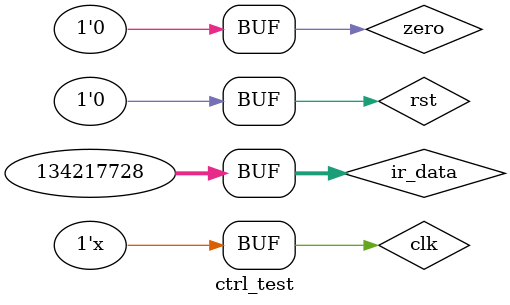
<source format=v>
`timescale 1ns / 1ps


module ctrl_test;

	// Inputs
	reg clk;
	reg rst;
	reg [31:0] ir_data;
	reg zero;

	// Outputs
	wire write_pc;
	wire iord;
	wire write_mem;
	wire write_dr;
	wire write_ir;
	wire memtoreg;
	wire regdst;
	wire [1:0] pcsource;
	wire write_c;
	wire [1:0] alu_ctrl;
	wire alu_srcA;
	wire [1:0] alu_srcB;
	wire write_a;
	wire write_b;
	wire write_reg;
	wire [3:0] state;
	wire [3:0] insn_type;
	wire [3:0] insn_code;
	wire [2:0] insn_stage;

	// Instantiate the Unit Under Test (UUT)
	ctrl uut (
		.clk(clk), 
		.rst(rst), 
		.ir_data(ir_data), 
		.zero(zero), 
		.write_pc(write_pc), 
		.iord(iord), 
		.write_mem(write_mem), 
		.write_dr(write_dr), 
		.write_ir(write_ir), 
		.memtoreg(memtoreg), 
		.regdst(regdst), 
		.pcsource(pcsource), 
		.write_c(write_c), 
		.alu_ctrl(alu_ctrl), 
		.alu_srcA(alu_srcA), 
		.alu_srcB(alu_srcB), 
		.write_a(write_a), 
		.write_b(write_b), 
		.write_reg(write_reg), 
		.state(state), 
		.insn_type(insn_type), 
		.insn_code(insn_code), 
		.insn_stage(insn_stage)
	);

	initial begin
		// Initialize Inputs
		clk = 0;
		rst = 0;
		ir_data = 0;
		zero = 0;

		// Wait 100 ns for global reset to finish
      ir_data = 32'h8C010014;  
		
		#450;
      ir_data = 32'h8C020015;
		
		#450;
      ir_data = 32'h00221820;
		
		#350;
      ir_data = 32'h00222022;
		
		#350;
      ir_data = 32'h00642824;
		
		#350;
      ir_data = 32'h00853027;
		
		#350;
      ir_data = 32'hAC060016;
		
		#350;
      ir_data = 32'h08000000;
		// Add stimulus here

	end
	
	always #50 clk = ~clk;
      
endmodule


</source>
